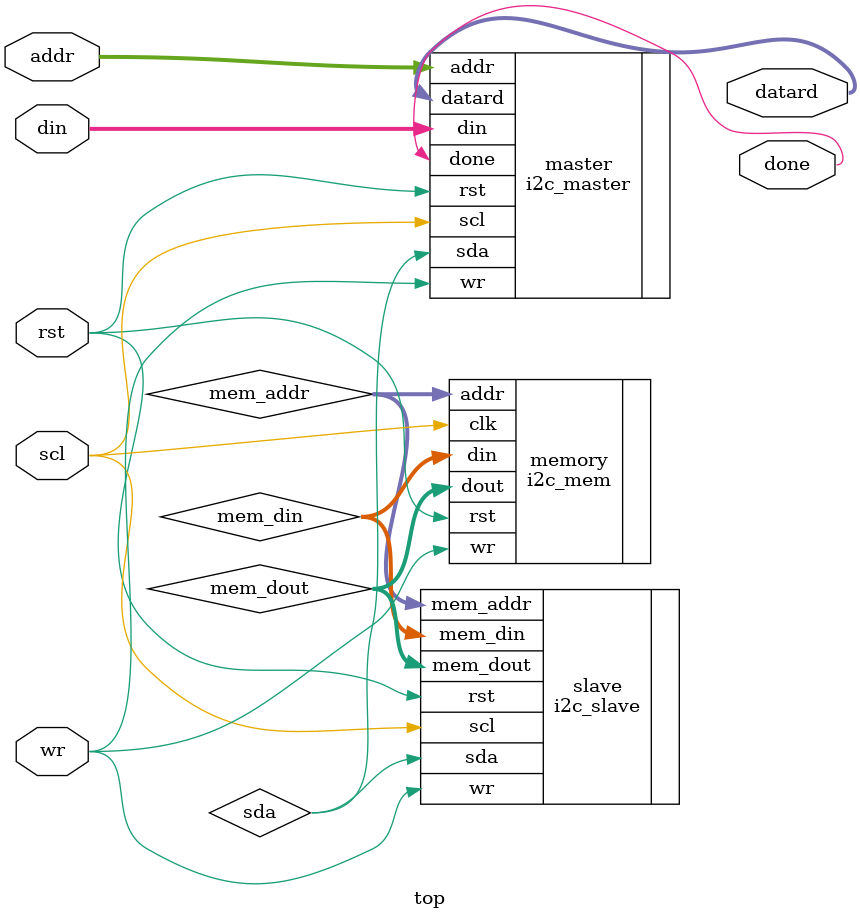
<source format=sv>

module top( input scl, rst, wr,
				input [6:0] addr,
				input [7:0] din,
				output  [7:0] datard,
				output reg done);
	
	wire sda;
	wire [6:0] mem_addr;
	wire [7:0] mem_dout;
	wire [7:0] mem_din;
	
	i2c_master master(.scl(scl), .rst(rst), .wr(wr), .addr(addr), .din(din), .sda(sda), .datard(datard), .done(done));
	
	i2c_slave slave(.scl(scl), .rst(rst), .wr(wr), .mem_addr(mem_addr), .mem_din(mem_din), .mem_dout(mem_dout), .sda(sda));
  	
	i2c_mem memory(.clk(scl), .rst(rst), .wr(wr), .addr(mem_addr), .din(mem_din), .dout(mem_dout));
	
endmodule

</source>
